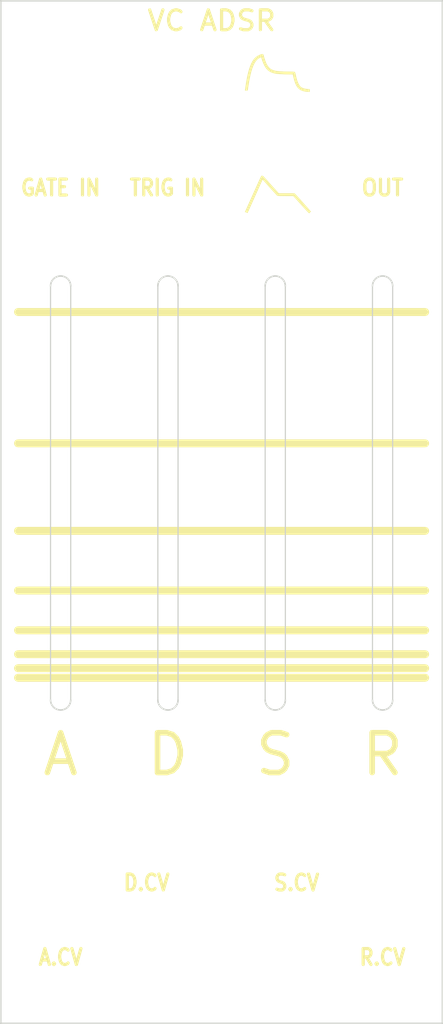
<source format=kicad_pcb>
(kicad_pcb (version 4) (host pcbnew 4.0.5)

  (general
    (links 0)
    (no_connects 0)
    (area 120.624999 40.649999 176.375001 169.350001)
    (thickness 1.6)
    (drawings 49)
    (tracks 0)
    (zones 0)
    (modules 16)
    (nets 1)
  )

  (page A4)
  (layers
    (0 F.Cu signal)
    (31 B.Cu signal)
    (32 B.Adhes user hide)
    (33 F.Adhes user hide)
    (34 B.Paste user hide)
    (35 F.Paste user hide)
    (36 B.SilkS user)
    (37 F.SilkS user)
    (38 B.Mask user)
    (39 F.Mask user)
    (40 Dwgs.User user hide)
    (41 Cmts.User user hide)
    (42 Eco1.User user hide)
    (43 Eco2.User user hide)
    (44 Edge.Cuts user)
    (45 Margin user hide)
    (46 B.CrtYd user hide)
    (47 F.CrtYd user hide)
    (48 B.Fab user hide)
    (49 F.Fab user hide)
  )

  (setup
    (last_trace_width 0.25)
    (trace_clearance 0.2)
    (zone_clearance 0.508)
    (zone_45_only no)
    (trace_min 0.2)
    (segment_width 0.2)
    (edge_width 0.2)
    (via_size 0.6)
    (via_drill 0.4)
    (via_min_size 0.4)
    (via_min_drill 0.3)
    (uvia_size 0.3)
    (uvia_drill 0.1)
    (uvias_allowed no)
    (uvia_min_size 0.2)
    (uvia_min_drill 0.1)
    (pcb_text_width 0.3)
    (pcb_text_size 1.5 1.5)
    (mod_edge_width 0.15)
    (mod_text_size 1 1)
    (mod_text_width 0.15)
    (pad_size 1.524 1.524)
    (pad_drill 0.762)
    (pad_to_mask_clearance 0.2)
    (aux_axis_origin 0 0)
    (visible_elements 7FFEFF7F)
    (pcbplotparams
      (layerselection 0x010a0_00000001)
      (usegerberextensions true)
      (excludeedgelayer true)
      (linewidth 0.100000)
      (plotframeref false)
      (viasonmask false)
      (mode 1)
      (useauxorigin true)
      (hpglpennumber 1)
      (hpglpenspeed 20)
      (hpglpendiameter 15)
      (hpglpenoverlay 2)
      (psnegative false)
      (psa4output false)
      (plotreference false)
      (plotvalue false)
      (plotinvisibletext false)
      (padsonsilk false)
      (subtractmaskfromsilk false)
      (outputformat 1)
      (mirror false)
      (drillshape 0)
      (scaleselection 1)
      (outputdirectory gerbers_v2/))
  )

  (net 0 "")

  (net_class Default "This is the default net class."
    (clearance 0.2)
    (trace_width 0.25)
    (via_dia 0.6)
    (via_drill 0.4)
    (uvia_dia 0.3)
    (uvia_drill 0.1)
  )

  (module holes:hole_6.5mm (layer F.Cu) (tedit 596127B1) (tstamp 59612687)
    (at 168.744316 154)
    (solder_mask_margin 0.001)
    (fp_text reference J7 (at 0 0.5) (layer F.SilkS) hide
      (effects (font (size 1 1) (thickness 0.15)))
    )
    (fp_text value hole_6.5mm (at 0 -0.5) (layer F.Fab) hide
      (effects (font (size 1 1) (thickness 0.15)))
    )
    (pad "" np_thru_hole circle (at 0 0) (size 6.5 6.5) (drill 6.5) (layers *.Cu *.Mask))
  )

  (module holes:hole_6.5mm (layer F.Cu) (tedit 5961278D) (tstamp 59612683)
    (at 157.937316 144.6356)
    (solder_mask_margin 0.001)
    (fp_text reference J6 (at 0 0.5) (layer F.SilkS) hide
      (effects (font (size 1 1) (thickness 0.15)))
    )
    (fp_text value hole_6.5mm (at 0 -0.5) (layer F.Fab) hide
      (effects (font (size 1 1) (thickness 0.15)))
    )
    (pad "" np_thru_hole circle (at 0 0) (size 6.5 6.5) (drill 6.5) (layers *.Cu *.Mask))
  )

  (module holes:hole_6.5mm (layer F.Cu) (tedit 5961276F) (tstamp 5961267F)
    (at 139.065316 144.6356)
    (solder_mask_margin 0.001)
    (fp_text reference J5 (at 0 0.5) (layer F.SilkS) hide
      (effects (font (size 1 1) (thickness 0.15)))
    )
    (fp_text value hole_6.5mm (at 0 -0.5) (layer F.Fab) hide
      (effects (font (size 1 1) (thickness 0.15)))
    )
    (pad "" np_thru_hole circle (at 0 0) (size 6.5 6.5) (drill 6.5) (layers *.Cu *.Mask))
  )

  (module holes:hole_6.5mm (layer F.Cu) (tedit 5961274D) (tstamp 5961267B)
    (at 128.251316 154)
    (solder_mask_margin 0.001)
    (fp_text reference J4 (at 0 0.5) (layer F.SilkS) hide
      (effects (font (size 1 1) (thickness 0.15)))
    )
    (fp_text value hole_6.5mm (at 0 -0.5) (layer F.Fab) hide
      (effects (font (size 1 1) (thickness 0.15)))
    )
    (pad "" np_thru_hole circle (at 0 0) (size 6.5 6.5) (drill 6.5) (layers *.Cu *.Mask))
  )

  (module holes:hole_6.5mm (layer F.Cu) (tedit 59612726) (tstamp 59612677)
    (at 168.744316 57.2676)
    (solder_mask_margin 0.001)
    (fp_text reference J3 (at 0 0.5) (layer F.SilkS) hide
      (effects (font (size 1 1) (thickness 0.15)))
    )
    (fp_text value hole_6.5mm (at 0 -0.5) (layer F.Fab) hide
      (effects (font (size 1 1) (thickness 0.15)))
    )
    (pad "" np_thru_hole circle (at 0 0) (size 6.5 6.5) (drill 6.5) (layers *.Cu *.Mask))
  )

  (module holes:hole_6.5mm (layer F.Cu) (tedit 596126CB) (tstamp 59612673)
    (at 141.701316 57.3036)
    (solder_mask_margin 0.001)
    (fp_text reference J2 (at 0 0.5) (layer F.SilkS) hide
      (effects (font (size 1 1) (thickness 0.15)))
    )
    (fp_text value hole_6.5mm (at 0 -0.5) (layer F.Fab) hide
      (effects (font (size 1 1) (thickness 0.15)))
    )
    (pad "" np_thru_hole circle (at 0 0) (size 6.5 6.5) (drill 6.5) (layers *.Cu *.Mask))
  )

  (module holes:hole_6.5mm (layer F.Cu) (tedit 596126A3) (tstamp 5961266A)
    (at 128.251316 57.3036)
    (solder_mask_margin 0.001)
    (fp_text reference J1 (at 0 0.5) (layer F.SilkS) hide
      (effects (font (size 1 1) (thickness 0.15)))
    )
    (fp_text value hole_6.5mm (at 0 -0.5) (layer F.Fab) hide
      (effects (font (size 1 1) (thickness 0.15)))
    )
    (pad "" np_thru_hole circle (at 0 0) (size 6.5 6.5) (drill 6.5) (layers *.Cu *.Mask))
  )

  (module holes:hole_7.2mm (layer F.Cu) (tedit 596155AE) (tstamp 5961286C)
    (at 155.180316 57.2676)
    (solder_mask_margin 0.001)
    (fp_text reference S1 (at 0.508 4.572) (layer F.SilkS) hide
      (effects (font (size 1 1) (thickness 0.15)))
    )
    (fp_text value hole_7.2mm (at 0 -4.572) (layer F.Fab) hide
      (effects (font (size 1 1) (thickness 0.15)))
    )
    (pad "" np_thru_hole circle (at 0 0) (size 7.2 7.2) (drill 7.2) (layers *.Cu *.Mask))
  )

  (module holes:hole_7.2mm (layer F.Cu) (tedit 596155BE) (tstamp 59612871)
    (at 148.5 155.2)
    (solder_mask_margin 0.001)
    (fp_text reference S2 (at 0.508 4.572) (layer F.SilkS) hide
      (effects (font (size 1 1) (thickness 0.15)))
    )
    (fp_text value hole_7.2mm (at 0 -4.572) (layer F.Fab) hide
      (effects (font (size 1 1) (thickness 0.15)))
    )
    (pad "" np_thru_hole circle (at 0 0) (size 7.2 7.2) (drill 7.2) (layers *.Cu *.Mask))
  )

  (module holes:HOLE_euro_mtg (layer F.Cu) (tedit 5961669A) (tstamp 596121BF)
    (at 168.865 43.75)
    (fp_text reference H4 (at 0 2.54) (layer F.SilkS) hide
      (effects (font (size 1 1) (thickness 0.15)))
    )
    (fp_text value HOLE_3.2mm (at 0 -2.54) (layer F.Fab) hide
      (effects (font (size 1 1) (thickness 0.15)))
    )
    (pad "" np_thru_hole oval (at 0 0) (size 5 3.2) (drill oval 5 3.2) (layers *.Cu *.Mask)
      (solder_mask_margin 0.001))
  )

  (module holes:HOLE_euro_mtg (layer F.Cu) (tedit 5961669A) (tstamp 5961217E)
    (at 168.865 166.25)
    (fp_text reference H3 (at 0 2.54) (layer F.SilkS) hide
      (effects (font (size 1 1) (thickness 0.15)))
    )
    (fp_text value HOLE_3.2mm (at 0 -2.54) (layer F.Fab) hide
      (effects (font (size 1 1) (thickness 0.15)))
    )
    (pad "" np_thru_hole oval (at 0 0) (size 5 3.2) (drill oval 5 3.2) (layers *.Cu *.Mask)
      (solder_mask_margin 0.001))
  )

  (module holes:HOLE_euro_mtg (layer F.Cu) (tedit 5961669A) (tstamp 5961215A)
    (at 128.225 43.75)
    (fp_text reference H2 (at 0 2.54) (layer F.SilkS) hide
      (effects (font (size 1 1) (thickness 0.15)))
    )
    (fp_text value HOLE_3.2mm (at 0 -2.54) (layer F.Fab) hide
      (effects (font (size 1 1) (thickness 0.15)))
    )
    (pad "" np_thru_hole oval (at 0 0) (size 5 3.2) (drill oval 5 3.2) (layers *.Cu *.Mask)
      (solder_mask_margin 0.001))
  )

  (module holes:HOLE_euro_mtg (layer F.Cu) (tedit 5961669A) (tstamp 5961211A)
    (at 128.225 166.25)
    (fp_text reference H1 (at 0 2.54) (layer F.SilkS) hide
      (effects (font (size 1 1) (thickness 0.15)))
    )
    (fp_text value HOLE_3.2mm (at 0 -2.54) (layer F.Fab) hide
      (effects (font (size 1 1) (thickness 0.15)))
    )
    (pad "" np_thru_hole oval (at 0 0) (size 5 3.2) (drill oval 5 3.2) (layers *.Cu *.Mask)
      (solder_mask_margin 0.001))
  )

  (module Daves_footprints:Befaco_exp_curve_10pt_5 (layer F.Cu) (tedit 0) (tstamp 5961644F)
    (at 155.180316 50.3)
    (fp_text reference G*** (at 0 0) (layer F.SilkS) hide
      (effects (font (thickness 0.3)))
    )
    (fp_text value LOGO (at 0.75 0) (layer F.SilkS) hide
      (effects (font (thickness 0.3)))
    )
    (fp_poly (pts (xy -1.45592 -2.828314) (xy -1.407206 -2.768223) (xy -1.394745 -2.730207) (xy -1.341185 -2.519299)
      (xy -1.27639 -2.299735) (xy -1.20424 -2.082642) (xy -1.128618 -1.87915) (xy -1.053404 -1.700387)
      (xy -0.99131 -1.573616) (xy -0.862367 -1.360344) (xy -0.722516 -1.183867) (xy -0.566041 -1.040351)
      (xy -0.387228 -0.925962) (xy -0.180359 -0.836865) (xy 0.060281 -0.769226) (xy 0.26569 -0.730378)
      (xy 0.390591 -0.714361) (xy 0.554368 -0.69923) (xy 0.749717 -0.685337) (xy 0.969335 -0.673037)
      (xy 1.20592 -0.662684) (xy 1.452168 -0.654633) (xy 1.700776 -0.649236) (xy 1.944441 -0.646849)
      (xy 1.990303 -0.646765) (xy 2.150749 -0.646498) (xy 2.27165 -0.645435) (xy 2.359643 -0.64293)
      (xy 2.421363 -0.638338) (xy 2.463449 -0.631014) (xy 2.492535 -0.620311) (xy 2.51526 -0.605584)
      (xy 2.528788 -0.594388) (xy 2.567916 -0.548266) (xy 2.597164 -0.480539) (xy 2.621517 -0.380797)
      (xy 2.698202 -0.026102) (xy 2.778561 0.284153) (xy 2.863163 0.551604) (xy 2.952575 0.777888)
      (xy 3.047367 0.964641) (xy 3.134679 1.096267) (xy 3.250997 1.225637) (xy 3.385923 1.329971)
      (xy 3.5446 1.411427) (xy 3.732171 1.472159) (xy 3.953781 1.514323) (xy 4.189458 1.53838)
      (xy 4.410363 1.553908) (xy 4.410363 1.893455) (xy 4.219863 1.89117) (xy 4.096637 1.885876)
      (xy 3.959918 1.874254) (xy 3.844636 1.859584) (xy 3.61099 1.812601) (xy 3.413216 1.74968)
      (xy 3.242557 1.66675) (xy 3.090255 1.559745) (xy 2.979103 1.457492) (xy 2.862868 1.32681)
      (xy 2.762592 1.184424) (xy 2.671981 1.019869) (xy 2.58474 0.822678) (xy 2.560758 0.762)
      (xy 2.529249 0.673188) (xy 2.492502 0.557809) (xy 2.452871 0.424629) (xy 2.41271 0.282408)
      (xy 2.374372 0.13991) (xy 2.340212 0.005897) (xy 2.312583 -0.110868) (xy 2.293838 -0.201622)
      (xy 2.286333 -0.257604) (xy 2.286291 -0.259772) (xy 2.282856 -0.273946) (xy 2.268735 -0.284383)
      (xy 2.237853 -0.291654) (xy 2.184138 -0.296331) (xy 2.101514 -0.298983) (xy 1.983907 -0.300183)
      (xy 1.853045 -0.300486) (xy 1.62153 -0.302312) (xy 1.380811 -0.307225) (xy 1.138711 -0.314846)
      (xy 0.903051 -0.324797) (xy 0.681654 -0.336701) (xy 0.482341 -0.350181) (xy 0.312934 -0.364858)
      (xy 0.181255 -0.380355) (xy 0.172522 -0.381628) (xy -0.131022 -0.443084) (xy -0.399902 -0.532897)
      (xy -0.637048 -0.652608) (xy -0.845394 -0.803757) (xy -1.027872 -0.987885) (xy -1.062943 -1.030587)
      (xy -1.174942 -1.189962) (xy -1.287965 -1.385042) (xy -1.397338 -1.605702) (xy -1.498385 -1.841819)
      (xy -1.586433 -2.083268) (xy -1.654907 -2.31265) (xy -1.69475 -2.464562) (xy -1.776784 -2.430582)
      (xy -1.876705 -2.379957) (xy -1.992745 -2.307235) (xy -2.10899 -2.223585) (xy -2.209526 -2.140173)
      (xy -2.256624 -2.093871) (xy -2.388631 -1.931851) (xy -2.51278 -1.739947) (xy -2.629689 -1.516307)
      (xy -2.739976 -1.259076) (xy -2.844257 -0.966403) (xy -2.94315 -0.636434) (xy -3.037272 -0.267315)
      (xy -3.127242 0.142806) (xy -3.213676 0.595783) (xy -3.277376 0.969819) (xy -3.300748 1.116003)
      (xy -3.322543 1.256767) (xy -3.341199 1.381679) (xy -3.355152 1.480307) (xy -3.362131 1.535546)
      (xy -3.374486 1.632903) (xy -3.391277 1.692886) (xy -3.421518 1.724077) (xy -3.474221 1.735055)
      (xy -3.5584 1.734403) (xy -3.570544 1.733968) (xy -3.65062 1.730143) (xy -3.709912 1.725572)
      (xy -3.735908 1.721226) (xy -3.736036 1.721116) (xy -3.735681 1.696103) (xy -3.728786 1.631333)
      (xy -3.716179 1.53264) (xy -3.698688 1.405857) (xy -3.677141 1.256818) (xy -3.652365 1.091356)
      (xy -3.625188 0.915304) (xy -3.596436 0.734497) (xy -3.593416 0.715819) (xy -3.502771 0.202105)
      (xy -3.404375 -0.267047) (xy -3.29791 -0.692654) (xy -3.183054 -1.075735) (xy -3.059489 -1.417307)
      (xy -2.926896 -1.718389) (xy -2.784953 -1.979998) (xy -2.710722 -2.095811) (xy -2.552416 -2.30157)
      (xy -2.377695 -2.47276) (xy -2.176852 -2.617616) (xy -1.953845 -2.737944) (xy -1.782601 -2.810128)
      (xy -1.642966 -2.849257) (xy -1.534289 -2.855322) (xy -1.45592 -2.828314)) (layer F.SilkS) (width 0.01))
  )

  (module Daves_footprints:Befaco_lin_curve_10pt_5 (layer F.Cu) (tedit 0) (tstamp 59616875)
    (at 155.180316 65.5852)
    (fp_text reference G*** (at 0 0) (layer F.SilkS) hide
      (effects (font (thickness 0.3)))
    )
    (fp_text value LOGO (at 0.75 0) (layer F.SilkS) hide
      (effects (font (thickness 0.3)))
    )
    (fp_poly (pts (xy -1.525359 -2.85409) (xy -1.441331 -2.805398) (xy -1.422225 -2.788227) (xy -1.392905 -2.757706)
      (xy -1.335743 -2.696045) (xy -1.253702 -2.606511) (xy -1.149745 -2.492371) (xy -1.026836 -2.35689)
      (xy -0.887937 -2.203335) (xy -0.736014 -2.034971) (xy -0.574028 -1.855066) (xy -0.416594 -1.679863)
      (xy 0.51103 -0.646545) (xy 2.494496 -0.646545) (xy 2.573259 -0.5715) (xy 2.615503 -0.528689)
      (xy 2.6825 -0.457531) (xy 2.771113 -0.361549) (xy 2.87821 -0.244267) (xy 3.000655 -0.109208)
      (xy 3.135314 0.040106) (xy 3.279052 0.200151) (xy 3.428736 0.367404) (xy 3.581231 0.538342)
      (xy 3.733402 0.709442) (xy 3.882115 0.877181) (xy 4.024235 1.038036) (xy 4.156629 1.188483)
      (xy 4.276161 1.325) (xy 4.379698 1.444064) (xy 4.464104 1.54215) (xy 4.526246 1.615737)
      (xy 4.562988 1.661301) (xy 4.572 1.675089) (xy 4.551476 1.701674) (xy 4.507345 1.708728)
      (xy 4.434102 1.72477) (xy 4.394374 1.77194) (xy 4.387273 1.816996) (xy 4.384601 1.847899)
      (xy 4.375096 1.866117) (xy 4.356518 1.869568) (xy 4.326629 1.856167) (xy 4.28319 1.823831)
      (xy 4.223964 1.770477) (xy 4.146712 1.694019) (xy 4.049195 1.592376) (xy 3.929176 1.463462)
      (xy 3.784416 1.305194) (xy 3.612677 1.115489) (xy 3.503159 0.993939) (xy 3.346866 0.820293)
      (xy 3.196821 0.65363) (xy 3.056479 0.497785) (xy 2.929293 0.35659) (xy 2.818717 0.23388)
      (xy 2.728205 0.133488) (xy 2.661211 0.059247) (xy 2.621188 0.014991) (xy 2.618061 0.011546)
      (xy 2.545787 -0.068008) (xy 2.469737 -0.151722) (xy 2.424024 -0.202045) (xy 2.33488 -0.300181)
      (xy 1.35794 -0.301) (xy 1.098918 -0.301598) (xy 0.883106 -0.302977) (xy 0.707534 -0.30522)
      (xy 0.569237 -0.308412) (xy 0.465246 -0.312634) (xy 0.392594 -0.317971) (xy 0.348313 -0.324507)
      (xy 0.332567 -0.329863) (xy 0.308433 -0.351912) (xy 0.25651 -0.405202) (xy 0.17976 -0.486518)
      (xy 0.081145 -0.592646) (xy -0.036374 -0.720372) (xy -0.169833 -0.866481) (xy -0.316272 -1.027759)
      (xy -0.472729 -1.200992) (xy -0.576328 -1.316181) (xy -0.73764 -1.495779) (xy -0.890619 -1.665999)
      (xy -1.032315 -1.823568) (xy -1.159778 -1.965209) (xy -1.270058 -2.087646) (xy -1.360206 -2.187605)
      (xy -1.427273 -2.261809) (xy -1.468307 -2.306983) (xy -1.479473 -2.319072) (xy -1.492635 -2.333755)
      (xy -1.503627 -2.343356) (xy -1.514971 -2.343518) (xy -1.529187 -2.329885) (xy -1.548798 -2.298099)
      (xy -1.576325 -2.243805) (xy -1.614289 -2.162645) (xy -1.665213 -2.050263) (xy -1.731619 -1.902303)
      (xy -1.769265 -1.818409) (xy -1.825912 -1.692315) (xy -1.890619 -1.548359) (xy -1.952485 -1.410789)
      (xy -1.974273 -1.362363) (xy -2.032414 -1.233161) (xy -2.098336 -1.086668) (xy -2.160869 -0.947705)
      (xy -2.182091 -0.900545) (xy -2.240232 -0.771343) (xy -2.306154 -0.62485) (xy -2.368687 -0.485887)
      (xy -2.389909 -0.438727) (xy -2.44805 -0.309525) (xy -2.513972 -0.163031) (xy -2.576506 -0.024068)
      (xy -2.597727 0.023091) (xy -2.655142 0.150666) (xy -2.72073 0.296386) (xy -2.783707 0.436289)
      (xy -2.808195 0.490682) (xy -2.863573 0.613848) (xy -2.923537 0.747476) (xy -2.978727 0.8707)
      (xy -3.002388 0.923637) (xy -3.108074 1.1596) (xy -3.196445 1.355243) (xy -3.268469 1.512654)
      (xy -3.325116 1.633919) (xy -3.367356 1.721127) (xy -3.396158 1.776364) (xy -3.406433 1.793587)
      (xy -3.444678 1.851955) (xy -3.507375 1.791887) (xy -3.583223 1.742929) (xy -3.6554 1.731819)
      (xy -3.710587 1.726603) (xy -3.739486 1.713694) (xy -3.740728 1.709982) (xy -3.731637 1.681928)
      (xy -3.706733 1.620371) (xy -3.669567 1.533738) (xy -3.623691 1.430451) (xy -3.611737 1.404028)
      (xy -3.548697 1.265068) (xy -3.488757 1.132689) (xy -3.427578 0.997273) (xy -3.360821 0.849206)
      (xy -3.284145 0.678868) (xy -3.19321 0.476645) (xy -3.186546 0.461819) (xy -3.129804 0.335631)
      (xy -3.069442 0.201466) (xy -3.013594 0.077402) (xy -2.978727 0) (xy -2.931922 -0.103917)
      (xy -2.874326 -0.231882) (xy -2.814074 -0.365818) (xy -2.770909 -0.461818) (xy -2.722392 -0.569734)
      (xy -2.676266 -0.672273) (xy -2.628944 -0.777407) (xy -2.576835 -0.893106) (xy -2.516348 -1.02734)
      (xy -2.443896 -1.188079) (xy -2.360118 -1.373909) (xy -2.31863 -1.465999) (xy -2.262285 -1.591164)
      (xy -2.195156 -1.740352) (xy -2.121315 -1.904512) (xy -2.044833 -2.074595) (xy -1.986129 -2.205181)
      (xy -1.915967 -2.35906) (xy -1.849598 -2.500462) (xy -1.789959 -2.623453) (xy -1.739988 -2.722096)
      (xy -1.702621 -2.790455) (xy -1.680796 -2.822595) (xy -1.680497 -2.822863) (xy -1.606948 -2.860162)
      (xy -1.525359 -2.85409)) (layer F.SilkS) (width 0.01))
  )

  (module holes:HOLE_3.1mm (layer F.Cu) (tedit 596120D6) (tstamp 59632A45)
    (at 148.453316 141.1916)
    (solder_mask_margin 0.001)
    (fp_text reference REF** (at 0 2.54) (layer F.SilkS) hide
      (effects (font (size 1 1) (thickness 0.15)))
    )
    (fp_text value HOLE_3.1mm (at 0 -2.54) (layer F.Fab)
      (effects (font (size 1 1) (thickness 0.15)))
    )
    (pad "" np_thru_hole circle (at 0 0) (size 3.1 3.1) (drill 3.1) (layers *.Cu *.Mask))
  )

  (gr_line (start 122.9 79.86) (end 174.1 79.86) (layer F.SilkS) (width 1) (tstamp 5961705B))
  (gr_line (start 122.9 96.36) (end 174.1 96.36) (layer F.SilkS) (width 1) (tstamp 59617059))
  (gr_line (start 122.9 107.36) (end 174.1 107.36) (layer F.SilkS) (width 1) (tstamp 59617058))
  (gr_line (start 122.9 114.86) (end 174.1 114.86) (layer F.SilkS) (width 1) (tstamp 59617057))
  (gr_line (start 122.9 119.86) (end 174.1 119.86) (layer F.SilkS) (width 1) (tstamp 59617056))
  (gr_line (start 122.9 122.86) (end 174.1 122.86) (layer F.SilkS) (width 1) (tstamp 59617055))
  (gr_line (start 122.9 124.62) (end 174.1 124.62) (layer F.SilkS) (width 1) (tstamp 59617053))
  (gr_line (start 122.9 125.82) (end 174.1 125.82) (layer F.SilkS) (width 1))
  (gr_text R (at 168.751316 135.45) (layer F.SilkS) (tstamp 59616E8D)
    (effects (font (size 5 5) (thickness 0.7)))
  )
  (gr_text S (at 155.251316 135.45) (layer F.SilkS) (tstamp 59616E8B)
    (effects (font (size 5 5) (thickness 0.7)))
  )
  (gr_text D (at 141.751316 135.45) (layer F.SilkS) (tstamp 59616E86)
    (effects (font (size 5 5) (thickness 0.7)))
  )
  (gr_text A (at 128.251316 135.45) (layer F.SilkS)
    (effects (font (size 5 5) (thickness 0.7)))
  )
  (gr_text R.CV (at 168.744316 160.9464) (layer F.SilkS) (tstamp 59616E05)
    (effects (font (size 2 1.7) (thickness 0.4)))
  )
  (gr_text S.CV (at 157.937316 151.582) (layer F.SilkS) (tstamp 59616D43)
    (effects (font (size 2 1.7) (thickness 0.4)))
  )
  (gr_text D.CV (at 139.065316 151.582) (layer F.SilkS) (tstamp 59616D1D)
    (effects (font (size 2 1.7) (thickness 0.4)))
  )
  (gr_text A.CV (at 128.251316 160.9464) (layer F.SilkS) (tstamp 59616C8E)
    (effects (font (size 2 1.7) (thickness 0.4)))
  )
  (gr_circle (center 148.5 155.2) (end 148.5 160.2) (layer Dwgs.User) (width 0.2) (tstamp 596168D3))
  (gr_circle (center 128.251316 57.3036) (end 128.251316 61.8036) (layer Dwgs.User) (width 0.2) (tstamp 596168DB))
  (gr_circle (center 141.701316 57.3036) (end 141.701316 61.8036) (layer Dwgs.User) (width 0.2) (tstamp 596168DA))
  (gr_circle (center 168.744316 57.2676) (end 168.744316 61.7676) (layer Dwgs.User) (width 0.2) (tstamp 596168D9))
  (gr_circle (center 128.251316 154) (end 128.251316 158.5) (layer Dwgs.User) (width 0.2) (tstamp 596168D8))
  (gr_circle (center 139.065316 144.6356) (end 139.065316 149.1356) (layer Dwgs.User) (width 0.2) (tstamp 596168D7))
  (gr_circle (center 157.937316 144.6356) (end 157.937316 149.1356) (layer Dwgs.User) (width 0.2) (tstamp 596168D6))
  (gr_circle (center 168.744316 154) (end 168.744316 158.5) (layer Dwgs.User) (width 0.2) (tstamp 596168D5))
  (gr_circle (center 155.180316 57.2676) (end 155.180316 61.7676) (layer Dwgs.User) (width 0.2) (tstamp 596168D4))
  (gr_text OUT (at 168.744316 64.25) (layer F.SilkS) (tstamp 59616880)
    (effects (font (size 2 1.8) (thickness 0.4)))
  )
  (gr_text "TRIG IN" (at 141.701316 64.25) (layer F.SilkS) (tstamp 5961687D)
    (effects (font (size 2 1.7) (thickness 0.4)))
  )
  (gr_text "GATE IN" (at 128.251316 64.25) (layer F.SilkS) (tstamp 59616878)
    (effects (font (size 2 1.7) (thickness 0.4)))
  )
  (gr_text "VC ADSR" (at 147.25 43.25) (layer F.SilkS)
    (effects (font (size 2.5 2.5) (thickness 0.4)))
  )
  (gr_arc (start 168.751316 128.6036) (end 167.481316 128.6036) (angle -180) (layer Edge.Cuts) (width 0.2) (tstamp 59615A81))
  (gr_arc (start 155.251316 128.6036) (end 153.981316 128.6036) (angle -180) (layer Edge.Cuts) (width 0.2) (tstamp 59615A7F))
  (gr_arc (start 141.751316 128.6036) (end 140.481316 128.6036) (angle -180) (layer Edge.Cuts) (width 0.2) (tstamp 59615A7D))
  (gr_arc (start 168.751316 76.6036) (end 167.481316 76.6036) (angle 180) (layer Edge.Cuts) (width 0.2) (tstamp 59615A73))
  (gr_arc (start 155.251316 76.6036) (end 153.981316 76.6036) (angle 180) (layer Edge.Cuts) (width 0.2) (tstamp 59615A6F))
  (gr_arc (start 141.751316 76.6036) (end 140.481316 76.6036) (angle 180) (layer Edge.Cuts) (width 0.2) (tstamp 59615A6A))
  (gr_arc (start 128.251316 128.6036) (end 126.981316 128.6036) (angle -180) (layer Edge.Cuts) (width 0.2) (tstamp 59615970))
  (gr_arc (start 128.251316 76.6036) (end 126.981316 76.6036) (angle 180) (layer Edge.Cuts) (width 0.2))
  (gr_line (start 167.481316 128.6036) (end 167.481316 76.6036) (layer Edge.Cuts) (width 0.15) (tstamp 59613254))
  (gr_line (start 170.021316 76.6036) (end 170.021316 128.6036) (layer Edge.Cuts) (width 0.15) (tstamp 59613252))
  (gr_line (start 153.981316 128.6036) (end 153.981316 76.6036) (layer Edge.Cuts) (width 0.15) (tstamp 59613242))
  (gr_line (start 156.521316 76.6036) (end 156.521316 128.6036) (layer Edge.Cuts) (width 0.15) (tstamp 59613241))
  (gr_line (start 126.981316 128.6036) (end 126.981316 76.6036) (layer Edge.Cuts) (width 0.15) (tstamp 59613213))
  (gr_line (start 129.521316 76.6036) (end 129.521316 128.6036) (layer Edge.Cuts) (width 0.15) (tstamp 59613212))
  (gr_line (start 143.021316 76.6036) (end 143.021316 128.6036) (layer Edge.Cuts) (width 0.15))
  (gr_line (start 140.481316 128.6036) (end 140.481316 76.6036) (layer Edge.Cuts) (width 0.15))
  (gr_line (start 176.275 169.25) (end 120.725 169.25) (layer Edge.Cuts) (width 0.2))
  (gr_line (start 176.275 40.75) (end 176.275 169.25) (layer Edge.Cuts) (width 0.2))
  (gr_line (start 120.725 40.75) (end 176.275 40.75) (layer Edge.Cuts) (width 0.2))
  (gr_line (start 120.725 169.25) (end 120.725 40.75) (layer Edge.Cuts) (width 0.2))

)

</source>
